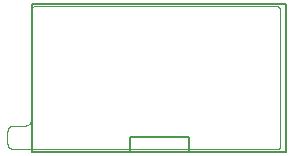
<source format=gbr>
G04 EAGLE Gerber RS-274X export*
G75*
%MOMM*%
%FSLAX34Y34*%
%LPD*%
%INSilkscreen Bottom*%
%IPPOS*%
%AMOC8*
5,1,8,0,0,1.08239X$1,22.5*%
G01*
%ADD10C,0.076200*%
%ADD11C,0.127000*%


D10*
X38175Y142500D02*
X242825Y142500D01*
X242936Y142498D01*
X243046Y142492D01*
X243157Y142483D01*
X243267Y142469D01*
X243376Y142452D01*
X243485Y142431D01*
X243593Y142406D01*
X243700Y142377D01*
X243806Y142345D01*
X243911Y142309D01*
X244014Y142269D01*
X244116Y142226D01*
X244217Y142179D01*
X244316Y142128D01*
X244413Y142075D01*
X244507Y142018D01*
X244600Y141957D01*
X244691Y141894D01*
X244780Y141827D01*
X244866Y141757D01*
X244949Y141684D01*
X245031Y141609D01*
X245109Y141531D01*
X245184Y141449D01*
X245257Y141366D01*
X245327Y141280D01*
X245394Y141191D01*
X245457Y141100D01*
X245518Y141007D01*
X245575Y140913D01*
X245628Y140816D01*
X245679Y140717D01*
X245726Y140616D01*
X245769Y140514D01*
X245809Y140411D01*
X245845Y140306D01*
X245877Y140200D01*
X245906Y140093D01*
X245931Y139985D01*
X245952Y139876D01*
X245969Y139767D01*
X245983Y139657D01*
X245992Y139546D01*
X245998Y139436D01*
X246000Y139325D01*
X246000Y24675D01*
X245998Y24564D01*
X245992Y24454D01*
X245983Y24343D01*
X245969Y24233D01*
X245952Y24124D01*
X245931Y24015D01*
X245906Y23907D01*
X245877Y23800D01*
X245845Y23694D01*
X245809Y23589D01*
X245769Y23486D01*
X245726Y23384D01*
X245679Y23283D01*
X245628Y23184D01*
X245575Y23087D01*
X245518Y22993D01*
X245457Y22900D01*
X245394Y22809D01*
X245327Y22720D01*
X245257Y22634D01*
X245184Y22551D01*
X245109Y22469D01*
X245031Y22391D01*
X244949Y22316D01*
X244866Y22243D01*
X244780Y22173D01*
X244691Y22106D01*
X244600Y22043D01*
X244507Y21982D01*
X244412Y21925D01*
X244316Y21872D01*
X244217Y21821D01*
X244116Y21774D01*
X244014Y21731D01*
X243911Y21691D01*
X243806Y21655D01*
X243700Y21623D01*
X243593Y21594D01*
X243485Y21569D01*
X243376Y21548D01*
X243267Y21531D01*
X243157Y21517D01*
X243046Y21508D01*
X242936Y21502D01*
X242825Y21500D01*
X20000Y21500D01*
X15000Y26500D02*
X15000Y36500D01*
X15002Y36640D01*
X15008Y36780D01*
X15018Y36920D01*
X15031Y37060D01*
X15049Y37199D01*
X15071Y37338D01*
X15096Y37475D01*
X15125Y37613D01*
X15158Y37749D01*
X15195Y37884D01*
X15236Y38018D01*
X15281Y38151D01*
X15329Y38283D01*
X15381Y38413D01*
X15436Y38542D01*
X15495Y38669D01*
X15558Y38795D01*
X15624Y38919D01*
X15693Y39040D01*
X15766Y39160D01*
X15843Y39278D01*
X15922Y39393D01*
X16005Y39507D01*
X16091Y39617D01*
X16180Y39726D01*
X16272Y39832D01*
X16367Y39935D01*
X16464Y40036D01*
X16565Y40133D01*
X16668Y40228D01*
X16774Y40320D01*
X16883Y40409D01*
X16993Y40495D01*
X17107Y40578D01*
X17222Y40657D01*
X17340Y40734D01*
X17460Y40807D01*
X17581Y40876D01*
X17705Y40942D01*
X17831Y41005D01*
X17958Y41064D01*
X18087Y41119D01*
X18217Y41171D01*
X18349Y41219D01*
X18482Y41264D01*
X18616Y41305D01*
X18751Y41342D01*
X18887Y41375D01*
X19025Y41404D01*
X19162Y41429D01*
X19301Y41451D01*
X19440Y41469D01*
X19580Y41482D01*
X19720Y41492D01*
X19860Y41498D01*
X20000Y41500D01*
X30000Y41500D01*
X30140Y41502D01*
X30280Y41508D01*
X30420Y41518D01*
X30560Y41531D01*
X30699Y41549D01*
X30838Y41571D01*
X30975Y41596D01*
X31113Y41625D01*
X31249Y41658D01*
X31384Y41695D01*
X31518Y41736D01*
X31651Y41781D01*
X31783Y41829D01*
X31913Y41881D01*
X32042Y41936D01*
X32169Y41995D01*
X32295Y42058D01*
X32419Y42124D01*
X32540Y42193D01*
X32660Y42266D01*
X32778Y42343D01*
X32893Y42422D01*
X33007Y42505D01*
X33117Y42591D01*
X33226Y42680D01*
X33332Y42772D01*
X33435Y42867D01*
X33536Y42964D01*
X33633Y43065D01*
X33728Y43168D01*
X33820Y43274D01*
X33909Y43383D01*
X33995Y43493D01*
X34078Y43607D01*
X34157Y43722D01*
X34234Y43840D01*
X34307Y43960D01*
X34376Y44081D01*
X34442Y44205D01*
X34505Y44331D01*
X34564Y44458D01*
X34619Y44587D01*
X34671Y44717D01*
X34719Y44849D01*
X34764Y44982D01*
X34805Y45116D01*
X34842Y45251D01*
X34875Y45387D01*
X34904Y45525D01*
X34929Y45662D01*
X34951Y45801D01*
X34969Y45940D01*
X34982Y46080D01*
X34992Y46220D01*
X34998Y46360D01*
X35000Y46500D01*
X35000Y139325D01*
X35002Y139436D01*
X35008Y139546D01*
X35017Y139657D01*
X35031Y139767D01*
X35048Y139876D01*
X35069Y139985D01*
X35094Y140093D01*
X35123Y140200D01*
X35155Y140306D01*
X35191Y140411D01*
X35231Y140514D01*
X35274Y140616D01*
X35321Y140717D01*
X35372Y140816D01*
X35425Y140913D01*
X35482Y141007D01*
X35543Y141100D01*
X35606Y141191D01*
X35673Y141280D01*
X35743Y141366D01*
X35816Y141449D01*
X35891Y141531D01*
X35969Y141609D01*
X36051Y141684D01*
X36134Y141757D01*
X36220Y141827D01*
X36309Y141894D01*
X36400Y141957D01*
X36493Y142018D01*
X36588Y142075D01*
X36684Y142128D01*
X36783Y142179D01*
X36884Y142226D01*
X36986Y142269D01*
X37089Y142309D01*
X37194Y142345D01*
X37300Y142377D01*
X37407Y142406D01*
X37515Y142431D01*
X37624Y142452D01*
X37733Y142469D01*
X37843Y142483D01*
X37954Y142492D01*
X38064Y142498D01*
X38175Y142500D01*
X15000Y26500D02*
X15002Y26360D01*
X15008Y26220D01*
X15018Y26080D01*
X15031Y25940D01*
X15049Y25801D01*
X15071Y25662D01*
X15096Y25525D01*
X15125Y25387D01*
X15158Y25251D01*
X15195Y25116D01*
X15236Y24982D01*
X15281Y24849D01*
X15329Y24717D01*
X15381Y24587D01*
X15436Y24458D01*
X15495Y24331D01*
X15558Y24205D01*
X15624Y24081D01*
X15693Y23960D01*
X15766Y23840D01*
X15843Y23722D01*
X15922Y23607D01*
X16005Y23493D01*
X16091Y23383D01*
X16180Y23274D01*
X16272Y23168D01*
X16367Y23065D01*
X16464Y22964D01*
X16565Y22867D01*
X16668Y22772D01*
X16774Y22680D01*
X16883Y22591D01*
X16993Y22505D01*
X17107Y22422D01*
X17222Y22343D01*
X17340Y22266D01*
X17460Y22193D01*
X17581Y22124D01*
X17705Y22058D01*
X17831Y21995D01*
X17958Y21936D01*
X18087Y21881D01*
X18217Y21829D01*
X18349Y21781D01*
X18482Y21736D01*
X18616Y21695D01*
X18751Y21658D01*
X18887Y21625D01*
X19025Y21596D01*
X19162Y21571D01*
X19301Y21549D01*
X19440Y21531D01*
X19580Y21518D01*
X19720Y21508D01*
X19860Y21502D01*
X20000Y21500D01*
D11*
X251000Y19500D02*
X251000Y144500D01*
X36000Y144500D01*
X36000Y19500D01*
X118500Y19500D01*
X168500Y19500D01*
X251000Y19500D01*
X168500Y19500D02*
X168500Y32000D01*
X118500Y32000D01*
X118500Y19500D01*
M02*

</source>
